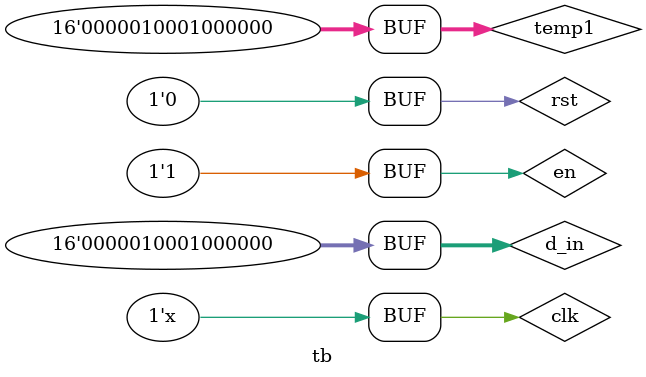
<source format=v>
`timescale 1ns / 1ps


module tb();

    reg clk=0; always #5 clk=!clk;
    reg rst=1; initial #13 rst=0;
    reg en;
    reg [15:0] d_in;
    wire [15:0] d_out;
    wire flag_out;
    
    reg [15:0] temp1;
    
    d_in_verilog dut(clk,rst,en,d_in,d_out,flag_out);
    
    initial begin
    
    #16 temp1=16'b0000010001000000; //fi(x,0,16,13)
        d_in=temp1;
        en=1;              
                    
        end
        
  
endmodule


</source>
